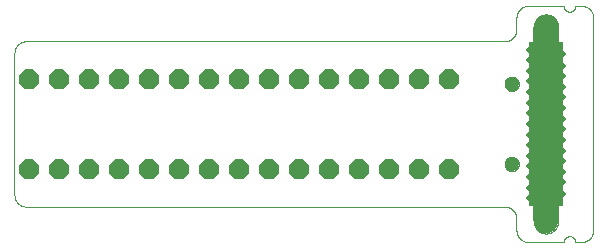
<source format=gbs>
G04 EAGLE Gerber RS-274X export*
G75*
%MOMM*%
%FSLAX34Y34*%
%LPD*%
%INSolder Mask bottom*%
%IPPOS*%
%AMOC8*
5,1,8,0,0,1.08239X$1,22.5*%
G01*
%ADD10C,0.000000*%
%ADD11C,1.200000*%
%ADD12C,2.050000*%
%ADD13R,2.250000X16.500000*%
%ADD14R,3.000000X14.000000*%
%ADD15C,0.500000*%
%ADD16P,1.814519X8X112.500000*%


D10*
X10000Y170000D02*
X415000Y170000D01*
X415242Y170003D01*
X415483Y170012D01*
X415724Y170026D01*
X415965Y170047D01*
X416205Y170073D01*
X416445Y170105D01*
X416684Y170143D01*
X416921Y170186D01*
X417158Y170236D01*
X417393Y170291D01*
X417627Y170351D01*
X417859Y170418D01*
X418090Y170489D01*
X418319Y170567D01*
X418546Y170650D01*
X418771Y170738D01*
X418994Y170832D01*
X419214Y170931D01*
X419432Y171036D01*
X419647Y171145D01*
X419860Y171260D01*
X420070Y171380D01*
X420276Y171505D01*
X420480Y171635D01*
X420681Y171770D01*
X420878Y171910D01*
X421072Y172054D01*
X421262Y172203D01*
X421448Y172357D01*
X421631Y172515D01*
X421810Y172677D01*
X421985Y172844D01*
X422156Y173015D01*
X422323Y173190D01*
X422485Y173369D01*
X422643Y173552D01*
X422797Y173738D01*
X422946Y173928D01*
X423090Y174122D01*
X423230Y174319D01*
X423365Y174520D01*
X423495Y174724D01*
X423620Y174930D01*
X423740Y175140D01*
X423855Y175353D01*
X423964Y175568D01*
X424069Y175786D01*
X424168Y176006D01*
X424262Y176229D01*
X424350Y176454D01*
X424433Y176681D01*
X424511Y176910D01*
X424582Y177141D01*
X424649Y177373D01*
X424709Y177607D01*
X424764Y177842D01*
X424814Y178079D01*
X424857Y178316D01*
X424895Y178555D01*
X424927Y178795D01*
X424953Y179035D01*
X424974Y179276D01*
X424988Y179517D01*
X424997Y179758D01*
X425000Y180000D01*
X425000Y190000D01*
X10000Y170000D02*
X9758Y169997D01*
X9517Y169988D01*
X9276Y169974D01*
X9035Y169953D01*
X8795Y169927D01*
X8555Y169895D01*
X8316Y169857D01*
X8079Y169814D01*
X7842Y169764D01*
X7607Y169709D01*
X7373Y169649D01*
X7141Y169582D01*
X6910Y169511D01*
X6681Y169433D01*
X6454Y169350D01*
X6229Y169262D01*
X6006Y169168D01*
X5786Y169069D01*
X5568Y168964D01*
X5353Y168855D01*
X5140Y168740D01*
X4930Y168620D01*
X4724Y168495D01*
X4520Y168365D01*
X4319Y168230D01*
X4122Y168090D01*
X3928Y167946D01*
X3738Y167797D01*
X3552Y167643D01*
X3369Y167485D01*
X3190Y167323D01*
X3015Y167156D01*
X2844Y166985D01*
X2677Y166810D01*
X2515Y166631D01*
X2357Y166448D01*
X2203Y166262D01*
X2054Y166072D01*
X1910Y165878D01*
X1770Y165681D01*
X1635Y165480D01*
X1505Y165276D01*
X1380Y165070D01*
X1260Y164860D01*
X1145Y164647D01*
X1036Y164432D01*
X931Y164214D01*
X832Y163994D01*
X738Y163771D01*
X650Y163546D01*
X567Y163319D01*
X489Y163090D01*
X418Y162859D01*
X351Y162627D01*
X291Y162393D01*
X236Y162158D01*
X186Y161921D01*
X143Y161684D01*
X105Y161445D01*
X73Y161205D01*
X47Y160965D01*
X26Y160724D01*
X12Y160483D01*
X3Y160242D01*
X0Y160000D01*
X0Y40000D01*
X3Y39758D01*
X12Y39517D01*
X26Y39276D01*
X47Y39035D01*
X73Y38795D01*
X105Y38555D01*
X143Y38316D01*
X186Y38079D01*
X236Y37842D01*
X291Y37607D01*
X351Y37373D01*
X418Y37141D01*
X489Y36910D01*
X567Y36681D01*
X650Y36454D01*
X738Y36229D01*
X832Y36006D01*
X931Y35786D01*
X1036Y35568D01*
X1145Y35353D01*
X1260Y35140D01*
X1380Y34930D01*
X1505Y34724D01*
X1635Y34520D01*
X1770Y34319D01*
X1910Y34122D01*
X2054Y33928D01*
X2203Y33738D01*
X2357Y33552D01*
X2515Y33369D01*
X2677Y33190D01*
X2844Y33015D01*
X3015Y32844D01*
X3190Y32677D01*
X3369Y32515D01*
X3552Y32357D01*
X3738Y32203D01*
X3928Y32054D01*
X4122Y31910D01*
X4319Y31770D01*
X4520Y31635D01*
X4724Y31505D01*
X4930Y31380D01*
X5140Y31260D01*
X5353Y31145D01*
X5568Y31036D01*
X5786Y30931D01*
X6006Y30832D01*
X6229Y30738D01*
X6454Y30650D01*
X6681Y30567D01*
X6910Y30489D01*
X7141Y30418D01*
X7373Y30351D01*
X7607Y30291D01*
X7842Y30236D01*
X8079Y30186D01*
X8316Y30143D01*
X8555Y30105D01*
X8795Y30073D01*
X9035Y30047D01*
X9276Y30026D01*
X9517Y30012D01*
X9758Y30003D01*
X10000Y30000D01*
X425000Y20000D02*
X425000Y10000D01*
X425000Y20000D02*
X424997Y20242D01*
X424988Y20483D01*
X424974Y20724D01*
X424953Y20965D01*
X424927Y21205D01*
X424895Y21445D01*
X424857Y21684D01*
X424814Y21921D01*
X424764Y22158D01*
X424709Y22393D01*
X424649Y22627D01*
X424582Y22859D01*
X424511Y23090D01*
X424433Y23319D01*
X424350Y23546D01*
X424262Y23771D01*
X424168Y23994D01*
X424069Y24214D01*
X423964Y24432D01*
X423855Y24647D01*
X423740Y24860D01*
X423620Y25070D01*
X423495Y25276D01*
X423365Y25480D01*
X423230Y25681D01*
X423090Y25878D01*
X422946Y26072D01*
X422797Y26262D01*
X422643Y26448D01*
X422485Y26631D01*
X422323Y26810D01*
X422156Y26985D01*
X421985Y27156D01*
X421810Y27323D01*
X421631Y27485D01*
X421448Y27643D01*
X421262Y27797D01*
X421072Y27946D01*
X420878Y28090D01*
X420681Y28230D01*
X420480Y28365D01*
X420276Y28495D01*
X420070Y28620D01*
X419860Y28740D01*
X419647Y28855D01*
X419432Y28964D01*
X419214Y29069D01*
X418994Y29168D01*
X418771Y29262D01*
X418546Y29350D01*
X418319Y29433D01*
X418090Y29511D01*
X417859Y29582D01*
X417627Y29649D01*
X417393Y29709D01*
X417158Y29764D01*
X416921Y29814D01*
X416684Y29857D01*
X416445Y29895D01*
X416205Y29927D01*
X415965Y29953D01*
X415724Y29974D01*
X415483Y29988D01*
X415242Y29997D01*
X415000Y30000D01*
X10000Y30000D01*
X415000Y134000D02*
X415002Y134154D01*
X415008Y134309D01*
X415018Y134463D01*
X415032Y134617D01*
X415050Y134770D01*
X415071Y134923D01*
X415097Y135076D01*
X415127Y135227D01*
X415160Y135378D01*
X415198Y135528D01*
X415239Y135677D01*
X415284Y135825D01*
X415333Y135971D01*
X415386Y136117D01*
X415442Y136260D01*
X415502Y136403D01*
X415566Y136543D01*
X415633Y136683D01*
X415704Y136820D01*
X415778Y136955D01*
X415856Y137089D01*
X415937Y137220D01*
X416022Y137349D01*
X416110Y137477D01*
X416201Y137601D01*
X416295Y137724D01*
X416393Y137844D01*
X416493Y137961D01*
X416597Y138076D01*
X416703Y138188D01*
X416812Y138297D01*
X416924Y138403D01*
X417039Y138507D01*
X417156Y138607D01*
X417276Y138705D01*
X417399Y138799D01*
X417523Y138890D01*
X417651Y138978D01*
X417780Y139063D01*
X417911Y139144D01*
X418045Y139222D01*
X418180Y139296D01*
X418317Y139367D01*
X418457Y139434D01*
X418597Y139498D01*
X418740Y139558D01*
X418883Y139614D01*
X419029Y139667D01*
X419175Y139716D01*
X419323Y139761D01*
X419472Y139802D01*
X419622Y139840D01*
X419773Y139873D01*
X419924Y139903D01*
X420077Y139929D01*
X420230Y139950D01*
X420383Y139968D01*
X420537Y139982D01*
X420691Y139992D01*
X420846Y139998D01*
X421000Y140000D01*
X421154Y139998D01*
X421309Y139992D01*
X421463Y139982D01*
X421617Y139968D01*
X421770Y139950D01*
X421923Y139929D01*
X422076Y139903D01*
X422227Y139873D01*
X422378Y139840D01*
X422528Y139802D01*
X422677Y139761D01*
X422825Y139716D01*
X422971Y139667D01*
X423117Y139614D01*
X423260Y139558D01*
X423403Y139498D01*
X423543Y139434D01*
X423683Y139367D01*
X423820Y139296D01*
X423955Y139222D01*
X424089Y139144D01*
X424220Y139063D01*
X424349Y138978D01*
X424477Y138890D01*
X424601Y138799D01*
X424724Y138705D01*
X424844Y138607D01*
X424961Y138507D01*
X425076Y138403D01*
X425188Y138297D01*
X425297Y138188D01*
X425403Y138076D01*
X425507Y137961D01*
X425607Y137844D01*
X425705Y137724D01*
X425799Y137601D01*
X425890Y137477D01*
X425978Y137349D01*
X426063Y137220D01*
X426144Y137089D01*
X426222Y136955D01*
X426296Y136820D01*
X426367Y136683D01*
X426434Y136543D01*
X426498Y136403D01*
X426558Y136260D01*
X426614Y136117D01*
X426667Y135971D01*
X426716Y135825D01*
X426761Y135677D01*
X426802Y135528D01*
X426840Y135378D01*
X426873Y135227D01*
X426903Y135076D01*
X426929Y134923D01*
X426950Y134770D01*
X426968Y134617D01*
X426982Y134463D01*
X426992Y134309D01*
X426998Y134154D01*
X427000Y134000D01*
X426998Y133846D01*
X426992Y133691D01*
X426982Y133537D01*
X426968Y133383D01*
X426950Y133230D01*
X426929Y133077D01*
X426903Y132924D01*
X426873Y132773D01*
X426840Y132622D01*
X426802Y132472D01*
X426761Y132323D01*
X426716Y132175D01*
X426667Y132029D01*
X426614Y131883D01*
X426558Y131740D01*
X426498Y131597D01*
X426434Y131457D01*
X426367Y131317D01*
X426296Y131180D01*
X426222Y131045D01*
X426144Y130911D01*
X426063Y130780D01*
X425978Y130651D01*
X425890Y130523D01*
X425799Y130399D01*
X425705Y130276D01*
X425607Y130156D01*
X425507Y130039D01*
X425403Y129924D01*
X425297Y129812D01*
X425188Y129703D01*
X425076Y129597D01*
X424961Y129493D01*
X424844Y129393D01*
X424724Y129295D01*
X424601Y129201D01*
X424477Y129110D01*
X424349Y129022D01*
X424220Y128937D01*
X424089Y128856D01*
X423955Y128778D01*
X423820Y128704D01*
X423683Y128633D01*
X423543Y128566D01*
X423403Y128502D01*
X423260Y128442D01*
X423117Y128386D01*
X422971Y128333D01*
X422825Y128284D01*
X422677Y128239D01*
X422528Y128198D01*
X422378Y128160D01*
X422227Y128127D01*
X422076Y128097D01*
X421923Y128071D01*
X421770Y128050D01*
X421617Y128032D01*
X421463Y128018D01*
X421309Y128008D01*
X421154Y128002D01*
X421000Y128000D01*
X420846Y128002D01*
X420691Y128008D01*
X420537Y128018D01*
X420383Y128032D01*
X420230Y128050D01*
X420077Y128071D01*
X419924Y128097D01*
X419773Y128127D01*
X419622Y128160D01*
X419472Y128198D01*
X419323Y128239D01*
X419175Y128284D01*
X419029Y128333D01*
X418883Y128386D01*
X418740Y128442D01*
X418597Y128502D01*
X418457Y128566D01*
X418317Y128633D01*
X418180Y128704D01*
X418045Y128778D01*
X417911Y128856D01*
X417780Y128937D01*
X417651Y129022D01*
X417523Y129110D01*
X417399Y129201D01*
X417276Y129295D01*
X417156Y129393D01*
X417039Y129493D01*
X416924Y129597D01*
X416812Y129703D01*
X416703Y129812D01*
X416597Y129924D01*
X416493Y130039D01*
X416393Y130156D01*
X416295Y130276D01*
X416201Y130399D01*
X416110Y130523D01*
X416022Y130651D01*
X415937Y130780D01*
X415856Y130911D01*
X415778Y131045D01*
X415704Y131180D01*
X415633Y131317D01*
X415566Y131457D01*
X415502Y131597D01*
X415442Y131740D01*
X415386Y131883D01*
X415333Y132029D01*
X415284Y132175D01*
X415239Y132323D01*
X415198Y132472D01*
X415160Y132622D01*
X415127Y132773D01*
X415097Y132924D01*
X415071Y133077D01*
X415050Y133230D01*
X415032Y133383D01*
X415018Y133537D01*
X415008Y133691D01*
X415002Y133846D01*
X415000Y134000D01*
D11*
X421000Y134000D03*
D10*
X415000Y66000D02*
X415002Y66154D01*
X415008Y66309D01*
X415018Y66463D01*
X415032Y66617D01*
X415050Y66770D01*
X415071Y66923D01*
X415097Y67076D01*
X415127Y67227D01*
X415160Y67378D01*
X415198Y67528D01*
X415239Y67677D01*
X415284Y67825D01*
X415333Y67971D01*
X415386Y68117D01*
X415442Y68260D01*
X415502Y68403D01*
X415566Y68543D01*
X415633Y68683D01*
X415704Y68820D01*
X415778Y68955D01*
X415856Y69089D01*
X415937Y69220D01*
X416022Y69349D01*
X416110Y69477D01*
X416201Y69601D01*
X416295Y69724D01*
X416393Y69844D01*
X416493Y69961D01*
X416597Y70076D01*
X416703Y70188D01*
X416812Y70297D01*
X416924Y70403D01*
X417039Y70507D01*
X417156Y70607D01*
X417276Y70705D01*
X417399Y70799D01*
X417523Y70890D01*
X417651Y70978D01*
X417780Y71063D01*
X417911Y71144D01*
X418045Y71222D01*
X418180Y71296D01*
X418317Y71367D01*
X418457Y71434D01*
X418597Y71498D01*
X418740Y71558D01*
X418883Y71614D01*
X419029Y71667D01*
X419175Y71716D01*
X419323Y71761D01*
X419472Y71802D01*
X419622Y71840D01*
X419773Y71873D01*
X419924Y71903D01*
X420077Y71929D01*
X420230Y71950D01*
X420383Y71968D01*
X420537Y71982D01*
X420691Y71992D01*
X420846Y71998D01*
X421000Y72000D01*
X421154Y71998D01*
X421309Y71992D01*
X421463Y71982D01*
X421617Y71968D01*
X421770Y71950D01*
X421923Y71929D01*
X422076Y71903D01*
X422227Y71873D01*
X422378Y71840D01*
X422528Y71802D01*
X422677Y71761D01*
X422825Y71716D01*
X422971Y71667D01*
X423117Y71614D01*
X423260Y71558D01*
X423403Y71498D01*
X423543Y71434D01*
X423683Y71367D01*
X423820Y71296D01*
X423955Y71222D01*
X424089Y71144D01*
X424220Y71063D01*
X424349Y70978D01*
X424477Y70890D01*
X424601Y70799D01*
X424724Y70705D01*
X424844Y70607D01*
X424961Y70507D01*
X425076Y70403D01*
X425188Y70297D01*
X425297Y70188D01*
X425403Y70076D01*
X425507Y69961D01*
X425607Y69844D01*
X425705Y69724D01*
X425799Y69601D01*
X425890Y69477D01*
X425978Y69349D01*
X426063Y69220D01*
X426144Y69089D01*
X426222Y68955D01*
X426296Y68820D01*
X426367Y68683D01*
X426434Y68543D01*
X426498Y68403D01*
X426558Y68260D01*
X426614Y68117D01*
X426667Y67971D01*
X426716Y67825D01*
X426761Y67677D01*
X426802Y67528D01*
X426840Y67378D01*
X426873Y67227D01*
X426903Y67076D01*
X426929Y66923D01*
X426950Y66770D01*
X426968Y66617D01*
X426982Y66463D01*
X426992Y66309D01*
X426998Y66154D01*
X427000Y66000D01*
X426998Y65846D01*
X426992Y65691D01*
X426982Y65537D01*
X426968Y65383D01*
X426950Y65230D01*
X426929Y65077D01*
X426903Y64924D01*
X426873Y64773D01*
X426840Y64622D01*
X426802Y64472D01*
X426761Y64323D01*
X426716Y64175D01*
X426667Y64029D01*
X426614Y63883D01*
X426558Y63740D01*
X426498Y63597D01*
X426434Y63457D01*
X426367Y63317D01*
X426296Y63180D01*
X426222Y63045D01*
X426144Y62911D01*
X426063Y62780D01*
X425978Y62651D01*
X425890Y62523D01*
X425799Y62399D01*
X425705Y62276D01*
X425607Y62156D01*
X425507Y62039D01*
X425403Y61924D01*
X425297Y61812D01*
X425188Y61703D01*
X425076Y61597D01*
X424961Y61493D01*
X424844Y61393D01*
X424724Y61295D01*
X424601Y61201D01*
X424477Y61110D01*
X424349Y61022D01*
X424220Y60937D01*
X424089Y60856D01*
X423955Y60778D01*
X423820Y60704D01*
X423683Y60633D01*
X423543Y60566D01*
X423403Y60502D01*
X423260Y60442D01*
X423117Y60386D01*
X422971Y60333D01*
X422825Y60284D01*
X422677Y60239D01*
X422528Y60198D01*
X422378Y60160D01*
X422227Y60127D01*
X422076Y60097D01*
X421923Y60071D01*
X421770Y60050D01*
X421617Y60032D01*
X421463Y60018D01*
X421309Y60008D01*
X421154Y60002D01*
X421000Y60000D01*
X420846Y60002D01*
X420691Y60008D01*
X420537Y60018D01*
X420383Y60032D01*
X420230Y60050D01*
X420077Y60071D01*
X419924Y60097D01*
X419773Y60127D01*
X419622Y60160D01*
X419472Y60198D01*
X419323Y60239D01*
X419175Y60284D01*
X419029Y60333D01*
X418883Y60386D01*
X418740Y60442D01*
X418597Y60502D01*
X418457Y60566D01*
X418317Y60633D01*
X418180Y60704D01*
X418045Y60778D01*
X417911Y60856D01*
X417780Y60937D01*
X417651Y61022D01*
X417523Y61110D01*
X417399Y61201D01*
X417276Y61295D01*
X417156Y61393D01*
X417039Y61493D01*
X416924Y61597D01*
X416812Y61703D01*
X416703Y61812D01*
X416597Y61924D01*
X416493Y62039D01*
X416393Y62156D01*
X416295Y62276D01*
X416201Y62399D01*
X416110Y62523D01*
X416022Y62651D01*
X415937Y62780D01*
X415856Y62911D01*
X415778Y63045D01*
X415704Y63180D01*
X415633Y63317D01*
X415566Y63457D01*
X415502Y63597D01*
X415442Y63740D01*
X415386Y63883D01*
X415333Y64029D01*
X415284Y64175D01*
X415239Y64323D01*
X415198Y64472D01*
X415160Y64622D01*
X415127Y64773D01*
X415097Y64924D01*
X415071Y65077D01*
X415050Y65230D01*
X415032Y65383D01*
X415018Y65537D01*
X415008Y65691D01*
X415002Y65846D01*
X415000Y66000D01*
D11*
X421000Y66000D03*
D10*
X425000Y190000D02*
X425003Y190242D01*
X425012Y190483D01*
X425026Y190724D01*
X425047Y190965D01*
X425073Y191205D01*
X425105Y191445D01*
X425143Y191684D01*
X425186Y191921D01*
X425236Y192158D01*
X425291Y192393D01*
X425351Y192627D01*
X425418Y192859D01*
X425489Y193090D01*
X425567Y193319D01*
X425650Y193546D01*
X425738Y193771D01*
X425832Y193994D01*
X425931Y194214D01*
X426036Y194432D01*
X426145Y194647D01*
X426260Y194860D01*
X426380Y195070D01*
X426505Y195276D01*
X426635Y195480D01*
X426770Y195681D01*
X426910Y195878D01*
X427054Y196072D01*
X427203Y196262D01*
X427357Y196448D01*
X427515Y196631D01*
X427677Y196810D01*
X427844Y196985D01*
X428015Y197156D01*
X428190Y197323D01*
X428369Y197485D01*
X428552Y197643D01*
X428738Y197797D01*
X428928Y197946D01*
X429122Y198090D01*
X429319Y198230D01*
X429520Y198365D01*
X429724Y198495D01*
X429930Y198620D01*
X430140Y198740D01*
X430353Y198855D01*
X430568Y198964D01*
X430786Y199069D01*
X431006Y199168D01*
X431229Y199262D01*
X431454Y199350D01*
X431681Y199433D01*
X431910Y199511D01*
X432141Y199582D01*
X432373Y199649D01*
X432607Y199709D01*
X432842Y199764D01*
X433079Y199814D01*
X433316Y199857D01*
X433555Y199895D01*
X433795Y199927D01*
X434035Y199953D01*
X434276Y199974D01*
X434517Y199988D01*
X434758Y199997D01*
X435000Y200000D01*
X465000Y200000D01*
X465002Y199860D01*
X465008Y199720D01*
X465018Y199580D01*
X465031Y199440D01*
X465049Y199301D01*
X465071Y199162D01*
X465096Y199025D01*
X465125Y198887D01*
X465158Y198751D01*
X465195Y198616D01*
X465236Y198482D01*
X465281Y198349D01*
X465329Y198217D01*
X465381Y198087D01*
X465436Y197958D01*
X465495Y197831D01*
X465558Y197705D01*
X465624Y197581D01*
X465693Y197460D01*
X465766Y197340D01*
X465843Y197222D01*
X465922Y197107D01*
X466005Y196993D01*
X466091Y196883D01*
X466180Y196774D01*
X466272Y196668D01*
X466367Y196565D01*
X466464Y196464D01*
X466565Y196367D01*
X466668Y196272D01*
X466774Y196180D01*
X466883Y196091D01*
X466993Y196005D01*
X467107Y195922D01*
X467222Y195843D01*
X467340Y195766D01*
X467460Y195693D01*
X467581Y195624D01*
X467705Y195558D01*
X467831Y195495D01*
X467958Y195436D01*
X468087Y195381D01*
X468217Y195329D01*
X468349Y195281D01*
X468482Y195236D01*
X468616Y195195D01*
X468751Y195158D01*
X468887Y195125D01*
X469025Y195096D01*
X469162Y195071D01*
X469301Y195049D01*
X469440Y195031D01*
X469580Y195018D01*
X469720Y195008D01*
X469860Y195002D01*
X470000Y195000D01*
X470140Y195002D01*
X470280Y195008D01*
X470420Y195018D01*
X470560Y195031D01*
X470699Y195049D01*
X470838Y195071D01*
X470975Y195096D01*
X471113Y195125D01*
X471249Y195158D01*
X471384Y195195D01*
X471518Y195236D01*
X471651Y195281D01*
X471783Y195329D01*
X471913Y195381D01*
X472042Y195436D01*
X472169Y195495D01*
X472295Y195558D01*
X472419Y195624D01*
X472540Y195693D01*
X472660Y195766D01*
X472778Y195843D01*
X472893Y195922D01*
X473007Y196005D01*
X473117Y196091D01*
X473226Y196180D01*
X473332Y196272D01*
X473435Y196367D01*
X473536Y196464D01*
X473633Y196565D01*
X473728Y196668D01*
X473820Y196774D01*
X473909Y196883D01*
X473995Y196993D01*
X474078Y197107D01*
X474157Y197222D01*
X474234Y197340D01*
X474307Y197460D01*
X474376Y197581D01*
X474442Y197705D01*
X474505Y197831D01*
X474564Y197958D01*
X474619Y198087D01*
X474671Y198217D01*
X474719Y198349D01*
X474764Y198482D01*
X474805Y198616D01*
X474842Y198751D01*
X474875Y198887D01*
X474904Y199025D01*
X474929Y199162D01*
X474951Y199301D01*
X474969Y199440D01*
X474982Y199580D01*
X474992Y199720D01*
X474998Y199860D01*
X475000Y200000D01*
X480000Y200000D01*
X480242Y199997D01*
X480483Y199988D01*
X480724Y199974D01*
X480965Y199953D01*
X481205Y199927D01*
X481445Y199895D01*
X481684Y199857D01*
X481921Y199814D01*
X482158Y199764D01*
X482393Y199709D01*
X482627Y199649D01*
X482859Y199582D01*
X483090Y199511D01*
X483319Y199433D01*
X483546Y199350D01*
X483771Y199262D01*
X483994Y199168D01*
X484214Y199069D01*
X484432Y198964D01*
X484647Y198855D01*
X484860Y198740D01*
X485070Y198620D01*
X485276Y198495D01*
X485480Y198365D01*
X485681Y198230D01*
X485878Y198090D01*
X486072Y197946D01*
X486262Y197797D01*
X486448Y197643D01*
X486631Y197485D01*
X486810Y197323D01*
X486985Y197156D01*
X487156Y196985D01*
X487323Y196810D01*
X487485Y196631D01*
X487643Y196448D01*
X487797Y196262D01*
X487946Y196072D01*
X488090Y195878D01*
X488230Y195681D01*
X488365Y195480D01*
X488495Y195276D01*
X488620Y195070D01*
X488740Y194860D01*
X488855Y194647D01*
X488964Y194432D01*
X489069Y194214D01*
X489168Y193994D01*
X489262Y193771D01*
X489350Y193546D01*
X489433Y193319D01*
X489511Y193090D01*
X489582Y192859D01*
X489649Y192627D01*
X489709Y192393D01*
X489764Y192158D01*
X489814Y191921D01*
X489857Y191684D01*
X489895Y191445D01*
X489927Y191205D01*
X489953Y190965D01*
X489974Y190724D01*
X489988Y190483D01*
X489997Y190242D01*
X490000Y190000D01*
X490000Y10000D01*
X489997Y9758D01*
X489988Y9517D01*
X489974Y9276D01*
X489953Y9035D01*
X489927Y8795D01*
X489895Y8555D01*
X489857Y8316D01*
X489814Y8079D01*
X489764Y7842D01*
X489709Y7607D01*
X489649Y7373D01*
X489582Y7141D01*
X489511Y6910D01*
X489433Y6681D01*
X489350Y6454D01*
X489262Y6229D01*
X489168Y6006D01*
X489069Y5786D01*
X488964Y5568D01*
X488855Y5353D01*
X488740Y5140D01*
X488620Y4930D01*
X488495Y4724D01*
X488365Y4520D01*
X488230Y4319D01*
X488090Y4122D01*
X487946Y3928D01*
X487797Y3738D01*
X487643Y3552D01*
X487485Y3369D01*
X487323Y3190D01*
X487156Y3015D01*
X486985Y2844D01*
X486810Y2677D01*
X486631Y2515D01*
X486448Y2357D01*
X486262Y2203D01*
X486072Y2054D01*
X485878Y1910D01*
X485681Y1770D01*
X485480Y1635D01*
X485276Y1505D01*
X485070Y1380D01*
X484860Y1260D01*
X484647Y1145D01*
X484432Y1036D01*
X484214Y931D01*
X483994Y832D01*
X483771Y738D01*
X483546Y650D01*
X483319Y567D01*
X483090Y489D01*
X482859Y418D01*
X482627Y351D01*
X482393Y291D01*
X482158Y236D01*
X481921Y186D01*
X481684Y143D01*
X481445Y105D01*
X481205Y73D01*
X480965Y47D01*
X480724Y26D01*
X480483Y12D01*
X480242Y3D01*
X480000Y0D01*
X475000Y0D01*
X474998Y140D01*
X474992Y280D01*
X474982Y420D01*
X474969Y560D01*
X474951Y699D01*
X474929Y838D01*
X474904Y975D01*
X474875Y1113D01*
X474842Y1249D01*
X474805Y1384D01*
X474764Y1518D01*
X474719Y1651D01*
X474671Y1783D01*
X474619Y1913D01*
X474564Y2042D01*
X474505Y2169D01*
X474442Y2295D01*
X474376Y2419D01*
X474307Y2540D01*
X474234Y2660D01*
X474157Y2778D01*
X474078Y2893D01*
X473995Y3007D01*
X473909Y3117D01*
X473820Y3226D01*
X473728Y3332D01*
X473633Y3435D01*
X473536Y3536D01*
X473435Y3633D01*
X473332Y3728D01*
X473226Y3820D01*
X473117Y3909D01*
X473007Y3995D01*
X472893Y4078D01*
X472778Y4157D01*
X472660Y4234D01*
X472540Y4307D01*
X472419Y4376D01*
X472295Y4442D01*
X472169Y4505D01*
X472042Y4564D01*
X471913Y4619D01*
X471783Y4671D01*
X471651Y4719D01*
X471518Y4764D01*
X471384Y4805D01*
X471249Y4842D01*
X471113Y4875D01*
X470975Y4904D01*
X470838Y4929D01*
X470699Y4951D01*
X470560Y4969D01*
X470420Y4982D01*
X470280Y4992D01*
X470140Y4998D01*
X470000Y5000D01*
X469860Y4998D01*
X469720Y4992D01*
X469580Y4982D01*
X469440Y4969D01*
X469301Y4951D01*
X469162Y4929D01*
X469025Y4904D01*
X468887Y4875D01*
X468751Y4842D01*
X468616Y4805D01*
X468482Y4764D01*
X468349Y4719D01*
X468217Y4671D01*
X468087Y4619D01*
X467958Y4564D01*
X467831Y4505D01*
X467705Y4442D01*
X467581Y4376D01*
X467460Y4307D01*
X467340Y4234D01*
X467222Y4157D01*
X467107Y4078D01*
X466993Y3995D01*
X466883Y3909D01*
X466774Y3820D01*
X466668Y3728D01*
X466565Y3633D01*
X466464Y3536D01*
X466367Y3435D01*
X466272Y3332D01*
X466180Y3226D01*
X466091Y3117D01*
X466005Y3007D01*
X465922Y2893D01*
X465843Y2778D01*
X465766Y2660D01*
X465693Y2540D01*
X465624Y2419D01*
X465558Y2295D01*
X465495Y2169D01*
X465436Y2042D01*
X465381Y1913D01*
X465329Y1783D01*
X465281Y1651D01*
X465236Y1518D01*
X465195Y1384D01*
X465158Y1249D01*
X465125Y1113D01*
X465096Y975D01*
X465071Y838D01*
X465049Y699D01*
X465031Y560D01*
X465018Y420D01*
X465008Y280D01*
X465002Y140D01*
X465000Y0D01*
X435000Y0D01*
X434758Y3D01*
X434517Y12D01*
X434276Y26D01*
X434035Y47D01*
X433795Y73D01*
X433555Y105D01*
X433316Y143D01*
X433079Y186D01*
X432842Y236D01*
X432607Y291D01*
X432373Y351D01*
X432141Y418D01*
X431910Y489D01*
X431681Y567D01*
X431454Y650D01*
X431229Y738D01*
X431006Y832D01*
X430786Y931D01*
X430568Y1036D01*
X430353Y1145D01*
X430140Y1260D01*
X429930Y1380D01*
X429724Y1505D01*
X429520Y1635D01*
X429319Y1770D01*
X429122Y1910D01*
X428928Y2054D01*
X428738Y2203D01*
X428552Y2357D01*
X428369Y2515D01*
X428190Y2677D01*
X428015Y2844D01*
X427844Y3015D01*
X427677Y3190D01*
X427515Y3369D01*
X427357Y3552D01*
X427203Y3738D01*
X427054Y3928D01*
X426910Y4122D01*
X426770Y4319D01*
X426635Y4520D01*
X426505Y4724D01*
X426380Y4930D01*
X426260Y5140D01*
X426145Y5353D01*
X426036Y5568D01*
X425931Y5786D01*
X425832Y6006D01*
X425738Y6229D01*
X425650Y6454D01*
X425567Y6681D01*
X425489Y6910D01*
X425418Y7141D01*
X425351Y7373D01*
X425291Y7607D01*
X425236Y7842D01*
X425186Y8079D01*
X425143Y8316D01*
X425105Y8555D01*
X425073Y8795D01*
X425047Y9035D01*
X425026Y9276D01*
X425012Y9517D01*
X425003Y9758D01*
X425000Y10000D01*
X439750Y17500D02*
X439753Y17752D01*
X439762Y18003D01*
X439778Y18254D01*
X439799Y18505D01*
X439827Y18755D01*
X439861Y19004D01*
X439901Y19252D01*
X439947Y19500D01*
X439999Y19746D01*
X440057Y19991D01*
X440121Y20234D01*
X440191Y20475D01*
X440267Y20715D01*
X440349Y20953D01*
X440437Y21189D01*
X440530Y21423D01*
X440629Y21654D01*
X440734Y21882D01*
X440844Y22109D01*
X440960Y22332D01*
X441082Y22552D01*
X441208Y22770D01*
X441340Y22984D01*
X441477Y23195D01*
X441620Y23402D01*
X441767Y23606D01*
X441919Y23806D01*
X442077Y24003D01*
X442239Y24195D01*
X442405Y24383D01*
X442576Y24568D01*
X442752Y24748D01*
X442932Y24924D01*
X443117Y25095D01*
X443305Y25261D01*
X443497Y25423D01*
X443694Y25581D01*
X443894Y25733D01*
X444098Y25880D01*
X444305Y26023D01*
X444516Y26160D01*
X444730Y26292D01*
X444948Y26418D01*
X445168Y26540D01*
X445391Y26656D01*
X445618Y26766D01*
X445846Y26871D01*
X446077Y26970D01*
X446311Y27063D01*
X446547Y27151D01*
X446785Y27233D01*
X447025Y27309D01*
X447266Y27379D01*
X447509Y27443D01*
X447754Y27501D01*
X448000Y27553D01*
X448248Y27599D01*
X448496Y27639D01*
X448745Y27673D01*
X448995Y27701D01*
X449246Y27722D01*
X449497Y27738D01*
X449748Y27747D01*
X450000Y27750D01*
X450252Y27747D01*
X450503Y27738D01*
X450754Y27722D01*
X451005Y27701D01*
X451255Y27673D01*
X451504Y27639D01*
X451752Y27599D01*
X452000Y27553D01*
X452246Y27501D01*
X452491Y27443D01*
X452734Y27379D01*
X452975Y27309D01*
X453215Y27233D01*
X453453Y27151D01*
X453689Y27063D01*
X453923Y26970D01*
X454154Y26871D01*
X454382Y26766D01*
X454609Y26656D01*
X454832Y26540D01*
X455052Y26418D01*
X455270Y26292D01*
X455484Y26160D01*
X455695Y26023D01*
X455902Y25880D01*
X456106Y25733D01*
X456306Y25581D01*
X456503Y25423D01*
X456695Y25261D01*
X456883Y25095D01*
X457068Y24924D01*
X457248Y24748D01*
X457424Y24568D01*
X457595Y24383D01*
X457761Y24195D01*
X457923Y24003D01*
X458081Y23806D01*
X458233Y23606D01*
X458380Y23402D01*
X458523Y23195D01*
X458660Y22984D01*
X458792Y22770D01*
X458918Y22552D01*
X459040Y22332D01*
X459156Y22109D01*
X459266Y21882D01*
X459371Y21654D01*
X459470Y21423D01*
X459563Y21189D01*
X459651Y20953D01*
X459733Y20715D01*
X459809Y20475D01*
X459879Y20234D01*
X459943Y19991D01*
X460001Y19746D01*
X460053Y19500D01*
X460099Y19252D01*
X460139Y19004D01*
X460173Y18755D01*
X460201Y18505D01*
X460222Y18254D01*
X460238Y18003D01*
X460247Y17752D01*
X460250Y17500D01*
X460247Y17248D01*
X460238Y16997D01*
X460222Y16746D01*
X460201Y16495D01*
X460173Y16245D01*
X460139Y15996D01*
X460099Y15748D01*
X460053Y15500D01*
X460001Y15254D01*
X459943Y15009D01*
X459879Y14766D01*
X459809Y14525D01*
X459733Y14285D01*
X459651Y14047D01*
X459563Y13811D01*
X459470Y13577D01*
X459371Y13346D01*
X459266Y13118D01*
X459156Y12891D01*
X459040Y12668D01*
X458918Y12448D01*
X458792Y12230D01*
X458660Y12016D01*
X458523Y11805D01*
X458380Y11598D01*
X458233Y11394D01*
X458081Y11194D01*
X457923Y10997D01*
X457761Y10805D01*
X457595Y10617D01*
X457424Y10432D01*
X457248Y10252D01*
X457068Y10076D01*
X456883Y9905D01*
X456695Y9739D01*
X456503Y9577D01*
X456306Y9419D01*
X456106Y9267D01*
X455902Y9120D01*
X455695Y8977D01*
X455484Y8840D01*
X455270Y8708D01*
X455052Y8582D01*
X454832Y8460D01*
X454609Y8344D01*
X454382Y8234D01*
X454154Y8129D01*
X453923Y8030D01*
X453689Y7937D01*
X453453Y7849D01*
X453215Y7767D01*
X452975Y7691D01*
X452734Y7621D01*
X452491Y7557D01*
X452246Y7499D01*
X452000Y7447D01*
X451752Y7401D01*
X451504Y7361D01*
X451255Y7327D01*
X451005Y7299D01*
X450754Y7278D01*
X450503Y7262D01*
X450252Y7253D01*
X450000Y7250D01*
X449748Y7253D01*
X449497Y7262D01*
X449246Y7278D01*
X448995Y7299D01*
X448745Y7327D01*
X448496Y7361D01*
X448248Y7401D01*
X448000Y7447D01*
X447754Y7499D01*
X447509Y7557D01*
X447266Y7621D01*
X447025Y7691D01*
X446785Y7767D01*
X446547Y7849D01*
X446311Y7937D01*
X446077Y8030D01*
X445846Y8129D01*
X445618Y8234D01*
X445391Y8344D01*
X445168Y8460D01*
X444948Y8582D01*
X444730Y8708D01*
X444516Y8840D01*
X444305Y8977D01*
X444098Y9120D01*
X443894Y9267D01*
X443694Y9419D01*
X443497Y9577D01*
X443305Y9739D01*
X443117Y9905D01*
X442932Y10076D01*
X442752Y10252D01*
X442576Y10432D01*
X442405Y10617D01*
X442239Y10805D01*
X442077Y10997D01*
X441919Y11194D01*
X441767Y11394D01*
X441620Y11598D01*
X441477Y11805D01*
X441340Y12016D01*
X441208Y12230D01*
X441082Y12448D01*
X440960Y12668D01*
X440844Y12891D01*
X440734Y13118D01*
X440629Y13346D01*
X440530Y13577D01*
X440437Y13811D01*
X440349Y14047D01*
X440267Y14285D01*
X440191Y14525D01*
X440121Y14766D01*
X440057Y15009D01*
X439999Y15254D01*
X439947Y15500D01*
X439901Y15748D01*
X439861Y15996D01*
X439827Y16245D01*
X439799Y16495D01*
X439778Y16746D01*
X439762Y16997D01*
X439753Y17248D01*
X439750Y17500D01*
D12*
X450000Y17500D03*
D10*
X439750Y182500D02*
X439753Y182752D01*
X439762Y183003D01*
X439778Y183254D01*
X439799Y183505D01*
X439827Y183755D01*
X439861Y184004D01*
X439901Y184252D01*
X439947Y184500D01*
X439999Y184746D01*
X440057Y184991D01*
X440121Y185234D01*
X440191Y185475D01*
X440267Y185715D01*
X440349Y185953D01*
X440437Y186189D01*
X440530Y186423D01*
X440629Y186654D01*
X440734Y186882D01*
X440844Y187109D01*
X440960Y187332D01*
X441082Y187552D01*
X441208Y187770D01*
X441340Y187984D01*
X441477Y188195D01*
X441620Y188402D01*
X441767Y188606D01*
X441919Y188806D01*
X442077Y189003D01*
X442239Y189195D01*
X442405Y189383D01*
X442576Y189568D01*
X442752Y189748D01*
X442932Y189924D01*
X443117Y190095D01*
X443305Y190261D01*
X443497Y190423D01*
X443694Y190581D01*
X443894Y190733D01*
X444098Y190880D01*
X444305Y191023D01*
X444516Y191160D01*
X444730Y191292D01*
X444948Y191418D01*
X445168Y191540D01*
X445391Y191656D01*
X445618Y191766D01*
X445846Y191871D01*
X446077Y191970D01*
X446311Y192063D01*
X446547Y192151D01*
X446785Y192233D01*
X447025Y192309D01*
X447266Y192379D01*
X447509Y192443D01*
X447754Y192501D01*
X448000Y192553D01*
X448248Y192599D01*
X448496Y192639D01*
X448745Y192673D01*
X448995Y192701D01*
X449246Y192722D01*
X449497Y192738D01*
X449748Y192747D01*
X450000Y192750D01*
X450252Y192747D01*
X450503Y192738D01*
X450754Y192722D01*
X451005Y192701D01*
X451255Y192673D01*
X451504Y192639D01*
X451752Y192599D01*
X452000Y192553D01*
X452246Y192501D01*
X452491Y192443D01*
X452734Y192379D01*
X452975Y192309D01*
X453215Y192233D01*
X453453Y192151D01*
X453689Y192063D01*
X453923Y191970D01*
X454154Y191871D01*
X454382Y191766D01*
X454609Y191656D01*
X454832Y191540D01*
X455052Y191418D01*
X455270Y191292D01*
X455484Y191160D01*
X455695Y191023D01*
X455902Y190880D01*
X456106Y190733D01*
X456306Y190581D01*
X456503Y190423D01*
X456695Y190261D01*
X456883Y190095D01*
X457068Y189924D01*
X457248Y189748D01*
X457424Y189568D01*
X457595Y189383D01*
X457761Y189195D01*
X457923Y189003D01*
X458081Y188806D01*
X458233Y188606D01*
X458380Y188402D01*
X458523Y188195D01*
X458660Y187984D01*
X458792Y187770D01*
X458918Y187552D01*
X459040Y187332D01*
X459156Y187109D01*
X459266Y186882D01*
X459371Y186654D01*
X459470Y186423D01*
X459563Y186189D01*
X459651Y185953D01*
X459733Y185715D01*
X459809Y185475D01*
X459879Y185234D01*
X459943Y184991D01*
X460001Y184746D01*
X460053Y184500D01*
X460099Y184252D01*
X460139Y184004D01*
X460173Y183755D01*
X460201Y183505D01*
X460222Y183254D01*
X460238Y183003D01*
X460247Y182752D01*
X460250Y182500D01*
X460247Y182248D01*
X460238Y181997D01*
X460222Y181746D01*
X460201Y181495D01*
X460173Y181245D01*
X460139Y180996D01*
X460099Y180748D01*
X460053Y180500D01*
X460001Y180254D01*
X459943Y180009D01*
X459879Y179766D01*
X459809Y179525D01*
X459733Y179285D01*
X459651Y179047D01*
X459563Y178811D01*
X459470Y178577D01*
X459371Y178346D01*
X459266Y178118D01*
X459156Y177891D01*
X459040Y177668D01*
X458918Y177448D01*
X458792Y177230D01*
X458660Y177016D01*
X458523Y176805D01*
X458380Y176598D01*
X458233Y176394D01*
X458081Y176194D01*
X457923Y175997D01*
X457761Y175805D01*
X457595Y175617D01*
X457424Y175432D01*
X457248Y175252D01*
X457068Y175076D01*
X456883Y174905D01*
X456695Y174739D01*
X456503Y174577D01*
X456306Y174419D01*
X456106Y174267D01*
X455902Y174120D01*
X455695Y173977D01*
X455484Y173840D01*
X455270Y173708D01*
X455052Y173582D01*
X454832Y173460D01*
X454609Y173344D01*
X454382Y173234D01*
X454154Y173129D01*
X453923Y173030D01*
X453689Y172937D01*
X453453Y172849D01*
X453215Y172767D01*
X452975Y172691D01*
X452734Y172621D01*
X452491Y172557D01*
X452246Y172499D01*
X452000Y172447D01*
X451752Y172401D01*
X451504Y172361D01*
X451255Y172327D01*
X451005Y172299D01*
X450754Y172278D01*
X450503Y172262D01*
X450252Y172253D01*
X450000Y172250D01*
X449748Y172253D01*
X449497Y172262D01*
X449246Y172278D01*
X448995Y172299D01*
X448745Y172327D01*
X448496Y172361D01*
X448248Y172401D01*
X448000Y172447D01*
X447754Y172499D01*
X447509Y172557D01*
X447266Y172621D01*
X447025Y172691D01*
X446785Y172767D01*
X446547Y172849D01*
X446311Y172937D01*
X446077Y173030D01*
X445846Y173129D01*
X445618Y173234D01*
X445391Y173344D01*
X445168Y173460D01*
X444948Y173582D01*
X444730Y173708D01*
X444516Y173840D01*
X444305Y173977D01*
X444098Y174120D01*
X443894Y174267D01*
X443694Y174419D01*
X443497Y174577D01*
X443305Y174739D01*
X443117Y174905D01*
X442932Y175076D01*
X442752Y175252D01*
X442576Y175432D01*
X442405Y175617D01*
X442239Y175805D01*
X442077Y175997D01*
X441919Y176194D01*
X441767Y176394D01*
X441620Y176598D01*
X441477Y176805D01*
X441340Y177016D01*
X441208Y177230D01*
X441082Y177448D01*
X440960Y177668D01*
X440844Y177891D01*
X440734Y178118D01*
X440629Y178346D01*
X440530Y178577D01*
X440437Y178811D01*
X440349Y179047D01*
X440267Y179285D01*
X440191Y179525D01*
X440121Y179766D01*
X440057Y180009D01*
X439999Y180254D01*
X439947Y180500D01*
X439901Y180748D01*
X439861Y180996D01*
X439827Y181245D01*
X439799Y181495D01*
X439778Y181746D01*
X439762Y181997D01*
X439753Y182248D01*
X439750Y182500D01*
D12*
X450000Y182500D03*
D13*
X450000Y100000D03*
D14*
X450000Y100000D03*
D15*
X464000Y40750D03*
X464000Y50500D03*
X436000Y37000D03*
X464000Y159250D03*
X464000Y95500D03*
X464000Y59500D03*
X464000Y68500D03*
X464000Y86500D03*
X464000Y77500D03*
X464000Y104500D03*
X464000Y113500D03*
X464000Y122500D03*
X464000Y131500D03*
X464000Y140500D03*
X464000Y149500D03*
X436000Y46000D03*
X436000Y55000D03*
X436000Y64000D03*
X436000Y73000D03*
X436000Y82000D03*
X436000Y91000D03*
X436000Y100000D03*
X436000Y109000D03*
X436000Y118000D03*
X436000Y127000D03*
X436000Y136000D03*
X436000Y145000D03*
X436000Y154000D03*
X436000Y163000D03*
D16*
X12200Y61900D03*
X37600Y61900D03*
X63000Y61900D03*
X88400Y61900D03*
X113800Y61900D03*
X139200Y61900D03*
X164600Y61900D03*
X190000Y61900D03*
X215400Y61900D03*
X240800Y61900D03*
X266200Y61900D03*
X291600Y61900D03*
X317000Y61900D03*
X342400Y61900D03*
X367800Y61900D03*
X12200Y138100D03*
X37600Y138100D03*
X63000Y138100D03*
X88400Y138100D03*
X113800Y138100D03*
X139200Y138100D03*
X164600Y138100D03*
X190000Y138100D03*
X215400Y138100D03*
X240800Y138100D03*
X266200Y138100D03*
X291600Y138100D03*
X317000Y138100D03*
X342400Y138100D03*
X367800Y138100D03*
M02*

</source>
